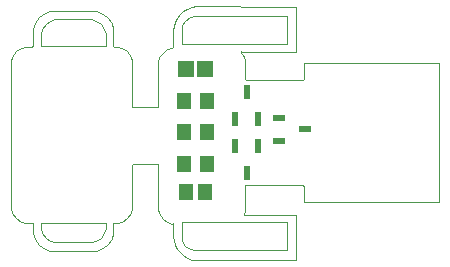
<source format=gtp>
%FSTAX23Y23*%
%MOIN*%
%SFA1B1*%

%IPPOS*%
%ADD15C,0.002700*%
%ADD16R,0.040850X0.020950*%
%ADD17R,0.023620X0.045280*%
%ADD18R,0.047240X0.057090*%
%ADD19R,0.053150X0.057090*%
%ADD20R,0.051180X0.057090*%
%LNusb-1*%
%LPD*%
G54D15*
X01252Y01211D02*
D01*
D01*
G75*
G03X01251Y01212I-00001J0D01*
G74*G01*
Y018D02*
D01*
D01*
G75*
G03X01252Y01802I0J00001D01*
G74*G01*
X01521D02*
D01*
D01*
G75*
G03X01522Y018I00001J0D01*
G74*G01*
X0172Y01798D02*
D01*
D01*
G75*
G03X01721Y01799I-0J00001D01*
G74*G01*
X01947Y01783D02*
D01*
D01*
G75*
G03X01946Y0178I0J-00001D01*
G74*G01*
X0196Y01692D02*
D01*
D01*
G75*
G03X01962Y0169I00001J0D01*
G74*G01*
X02157Y01693D02*
D01*
D01*
G75*
G03X02157Y01695I-00002J00001D01*
G74*G01*
Y01335D02*
D01*
D01*
G75*
G03X02157Y01335I-00002J0D01*
G74*G01*
X01962Y01338D02*
D01*
D01*
G75*
G03X0196Y01336I0J-00001D01*
G74*G01*
X01955Y01242D02*
D01*
D01*
G75*
G03X01957Y0124I00001J-0D01*
G74*G01*
X01721Y01209D02*
D01*
D01*
G75*
G03X0172Y0121I-00001J-0D01*
G74*G01*
X01522Y01212D02*
D01*
D01*
G75*
G03X01521Y01211I0J-00001D01*
G74*G01*
X01583Y01599D02*
X01585Y01598D01*
X01669D02*
X0167Y01599D01*
X01583Y01407D02*
X01585Y01409D01*
X01669D02*
X0167Y01407D01*
X02154Y0169D02*
X02157Y01693D01*
X01962Y0169D02*
X02154D01*
X02154Y01338D02*
X02157Y01335D01*
X02157Y01335D02*
Y01335D01*
X01962Y01338D02*
X02154D01*
X01776Y01125D02*
X01792Y01121D01*
X01761Y01137D02*
X01776Y01125D01*
X01751Y01153D02*
X01761Y01137D01*
X01748Y01166D02*
X01751Y01153D01*
X01748Y01166D02*
Y01214D01*
X02099*
Y01122D02*
Y01214D01*
X02096Y01122D02*
X02099Y01122D01*
X02087Y01122D02*
X02096Y01122D01*
X02074Y01122D02*
X02087Y01122D01*
X02056Y01122D02*
X02074Y01122D01*
X02035Y01122D02*
X02056Y01122D01*
X02012Y01122D02*
X02035Y01122D01*
X01987Y01122D02*
X02012Y01122D01*
X0196Y01122D02*
X01987Y01122D01*
X01933Y01122D02*
X0196Y01122D01*
X01907Y01121D02*
X01933Y01122D01*
X01882Y01121D02*
X01907Y01121D01*
X01858Y01121D02*
X01882Y01121D01*
X01837Y01121D02*
X01858Y01121D01*
X0182Y01121D02*
X01837Y01121D01*
X01806Y01121D02*
X0182Y01121D01*
X018Y01121D02*
X01806Y01121D01*
X01792Y01121D02*
X018D01*
X01295Y01163D02*
X01311Y01152D01*
X01327Y01148*
X01447*
X01463Y01152*
X0148Y01163*
X01491Y0118*
X01496Y01196*
Y01213*
X01279D02*
X01496D01*
X01279Y01196D02*
Y01213D01*
Y01196D02*
X01283Y0118D01*
X01295Y01163*
X01279Y01801D02*
X01496D01*
Y01843*
X01491Y01859D02*
X01496Y01843D01*
X0148Y01876D02*
X01491Y01859D01*
X01463Y01887D02*
X0148Y01876D01*
X01447Y01891D02*
X01463Y01887D01*
X01327Y01891D02*
X01447D01*
X01311Y01887D02*
X01327Y01891D01*
X01295Y01876D02*
X01311Y01887D01*
X01283Y01859D02*
X01295Y01876D01*
X01279Y01843D02*
X01283Y01859D01*
X01279Y01801D02*
Y01843D01*
X01748Y0181D02*
X02099D01*
Y01902*
X02096Y01902D02*
X02099Y01902D01*
X02087Y01902D02*
X02096Y01902D01*
X02074Y01902D02*
X02087Y01902D01*
X02056Y01902D02*
X02074Y01902D01*
X02035Y01902D02*
X02056Y01902D01*
X02012Y01902D02*
X02035Y01902D01*
X01987Y01903D02*
X02012Y01902D01*
X0196Y01903D02*
X01987Y01903D01*
X01933Y01903D02*
X0196Y01903D01*
X01907Y01903D02*
X01933Y01903D01*
X01882Y01903D02*
X01907Y01903D01*
X01858Y01903D02*
X01882Y01903D01*
X01837Y01903D02*
X01858Y01903D01*
X0182Y01903D02*
X01837Y01903D01*
X01806Y01903D02*
X0182Y01903D01*
X018Y01903D02*
X01806Y01903D01*
X01792Y01903D02*
X018D01*
X01776Y01899D02*
X01792Y01903D01*
X01761Y01887D02*
X01776Y01899D01*
X01751Y01872D02*
X01761Y01887D01*
X01748Y01858D02*
X01751Y01872D01*
X01748Y0181D02*
Y01858D01*
X01272Y01138D02*
X01292Y01124D01*
X01258Y01159D02*
X01272Y01138D01*
X01252Y01178D02*
X01258Y01159D01*
X01252Y01178D02*
Y01211D01*
X01229Y01212D02*
X01251D01*
X01213Y01217D02*
X01229Y01212D01*
X01195Y01228D02*
X01213Y01217D01*
X01184Y01246D02*
X01195Y01228D01*
X0118Y01261D02*
X01184Y01246D01*
X0118Y01261D02*
Y01752D01*
X01184Y01767*
X01195Y01785*
X01213Y01796*
X01229Y018*
X01251*
X01252Y01802D02*
Y01859D01*
X01258Y01878*
X01272Y01899*
X01292Y01913*
X01311Y01918*
X01462*
X01481Y01913*
X01501Y01899*
X01516Y01878*
X01521Y01859*
Y01802D02*
Y01859D01*
X01522Y018D02*
X01534D01*
X0155Y01796*
X01567Y01785*
X01579Y01767*
X01583Y01752*
Y01599D02*
Y01752D01*
X01585Y01598D02*
X01669D01*
X0167Y01599D02*
Y01749D01*
X01674Y01764*
X01685Y0178*
X017Y01792*
X01715Y01797*
X0172Y01798*
X01721Y01799D02*
Y01857D01*
X01722Y01868*
X01726Y01882*
X01733Y01896*
X01742Y01908*
X01753Y01919*
X01767Y01927*
X01783Y01932*
X01797Y01934*
X01805*
X01814Y01934*
X01832Y01934*
X01852Y01934*
X01876Y01934*
X01902Y01934*
X0193Y01934*
X01959Y01933*
X01987Y01933*
X02015Y01933*
X02042Y01933*
X02066Y01933*
X02088Y01932*
X02106Y01932*
X0212Y01932*
X02129Y01932*
X02131Y01932*
Y01783D02*
Y01932D01*
X01947Y01783D02*
X02131D01*
X01946Y0178D02*
X01947Y01779D01*
X01952Y01773*
X01956Y01764*
X01959Y01754*
X0196Y01746*
Y01692D02*
Y01746D01*
X02157Y01695D02*
Y01747D01*
X02607*
Y01282D02*
Y01747D01*
X02157Y01282D02*
X02607D01*
X02157D02*
Y01335D01*
X0196Y01261D02*
Y01336D01*
X01959Y01252D02*
X0196Y01261D01*
X01956Y01243D02*
X01959Y01252D01*
X01955Y01242D02*
X01956Y01243D01*
X01957Y0124D02*
X02131D01*
Y0109D02*
Y0124D01*
X02129Y0109D02*
X02131Y0109D01*
X0212Y0109D02*
X02129Y0109D01*
X02106Y0109D02*
X0212Y0109D01*
X02088Y0109D02*
X02106Y0109D01*
X02066Y0109D02*
X02088Y0109D01*
X02042Y0109D02*
X02066Y0109D01*
X02015Y0109D02*
X02042Y0109D01*
X01987Y01089D02*
X02015Y0109D01*
X01959Y01089D02*
X01987Y01089D01*
X0193Y01089D02*
X01959Y01089D01*
X01902Y01089D02*
X0193Y01089D01*
X01876Y01089D02*
X01902Y01089D01*
X01852Y01088D02*
X01876Y01089D01*
X01832Y01088D02*
X01852Y01088D01*
X01814Y01088D02*
X01832Y01088D01*
X01805Y01088D02*
X01814Y01088D01*
X01797Y01088D02*
X01805D01*
X01783Y0109D02*
X01797Y01088D01*
X01767Y01095D02*
X01783Y0109D01*
X01753Y01104D02*
X01767Y01095D01*
X01742Y01114D02*
X01753Y01104D01*
X01733Y01127D02*
X01742Y01114D01*
X01726Y0114D02*
X01733Y01127D01*
X01722Y01155D02*
X01726Y0114D01*
X01721Y01165D02*
X01722Y01155D01*
X01721Y01165D02*
Y01209D01*
X01715Y0121D02*
X0172Y0121D01*
X017Y01215D02*
X01715Y0121D01*
X01685Y01227D02*
X017Y01215D01*
X01674Y01244D02*
X01685Y01227D01*
X0167Y01259D02*
X01674Y01244D01*
X0167Y01259D02*
Y01407D01*
X01585Y01409D02*
X01669D01*
X01583Y01261D02*
Y01407D01*
X01579Y01246D02*
X01583Y01261D01*
X01567Y01228D02*
X01579Y01246D01*
X0155Y01217D02*
X01567Y01228D01*
X01534Y01212D02*
X0155Y01217D01*
X01522Y01212D02*
X01534D01*
X01521Y01178D02*
Y01211D01*
X01516Y01159D02*
X01521Y01178D01*
X01501Y01138D02*
X01516Y01159D01*
X01481Y01124D02*
X01501Y01138D01*
X01462Y01119D02*
X01481Y01124D01*
X01311Y01119D02*
X01462D01*
X01292Y01124D02*
X01311Y01119D01*
G54D16*
X0216Y01525D03*
X02073Y01487D03*
Y01562D03*
G54D17*
X01927Y0156D03*
X02002D03*
X01965Y01649D03*
X02002Y01469D03*
X01927D03*
X01965Y0138D03*
G54D18*
X01755Y0141D03*
X01834D03*
X01755Y01515D03*
X01834D03*
X01755Y0162D03*
X01834D03*
G54D19*
X01827Y01725D03*
X01762D03*
G54D20*
X01763Y01315D03*
X01826D03*
M02*
</source>
